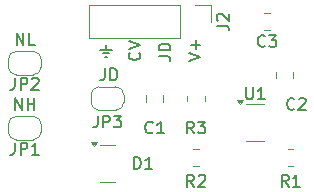
<source format=gbr>
%TF.GenerationSoftware,KiCad,Pcbnew,9.0.3*%
%TF.CreationDate,2025-07-12T05:08:50-07:00*%
%TF.ProjectId,biased-CV-input,62696173-6564-42d4-9356-2d696e707574,rev?*%
%TF.SameCoordinates,Original*%
%TF.FileFunction,Legend,Top*%
%TF.FilePolarity,Positive*%
%FSLAX46Y46*%
G04 Gerber Fmt 4.6, Leading zero omitted, Abs format (unit mm)*
G04 Created by KiCad (PCBNEW 9.0.3) date 2025-07-12 05:08:50*
%MOMM*%
%LPD*%
G01*
G04 APERTURE LIST*
%ADD10C,0.150000*%
%ADD11C,0.120000*%
G04 APERTURE END LIST*
D10*
X106809524Y-63954819D02*
X106809524Y-62954819D01*
X106809524Y-62954819D02*
X107380952Y-63954819D01*
X107380952Y-63954819D02*
X107380952Y-62954819D01*
X108333333Y-63954819D02*
X107857143Y-63954819D01*
X107857143Y-63954819D02*
X107857143Y-62954819D01*
X121374819Y-65338077D02*
X122374819Y-65004744D01*
X122374819Y-65004744D02*
X121374819Y-64671411D01*
X121993866Y-64338077D02*
X121993866Y-63576173D01*
X122374819Y-63957125D02*
X121612914Y-63957125D01*
X113906541Y-64399390D02*
X114858922Y-64399390D01*
X114097017Y-64685104D02*
X114668445Y-64685104D01*
X114382731Y-63970819D02*
X114382731Y-64399390D01*
X114477969Y-64970819D02*
X114287493Y-64970819D01*
X117199580Y-64623792D02*
X117247200Y-64671411D01*
X117247200Y-64671411D02*
X117294819Y-64814268D01*
X117294819Y-64814268D02*
X117294819Y-64909506D01*
X117294819Y-64909506D02*
X117247200Y-65052363D01*
X117247200Y-65052363D02*
X117151961Y-65147601D01*
X117151961Y-65147601D02*
X117056723Y-65195220D01*
X117056723Y-65195220D02*
X116866247Y-65242839D01*
X116866247Y-65242839D02*
X116723390Y-65242839D01*
X116723390Y-65242839D02*
X116532914Y-65195220D01*
X116532914Y-65195220D02*
X116437676Y-65147601D01*
X116437676Y-65147601D02*
X116342438Y-65052363D01*
X116342438Y-65052363D02*
X116294819Y-64909506D01*
X116294819Y-64909506D02*
X116294819Y-64814268D01*
X116294819Y-64814268D02*
X116342438Y-64671411D01*
X116342438Y-64671411D02*
X116390057Y-64623792D01*
X116294819Y-64338077D02*
X117294819Y-64004744D01*
X117294819Y-64004744D02*
X116294819Y-63671411D01*
X106690476Y-69454819D02*
X106690476Y-68454819D01*
X106690476Y-68454819D02*
X107261904Y-69454819D01*
X107261904Y-69454819D02*
X107261904Y-68454819D01*
X107738095Y-69454819D02*
X107738095Y-68454819D01*
X107738095Y-68931009D02*
X108309523Y-68931009D01*
X108309523Y-69454819D02*
X108309523Y-68454819D01*
X114278857Y-65954819D02*
X114278857Y-66669104D01*
X114278857Y-66669104D02*
X114231238Y-66811961D01*
X114231238Y-66811961D02*
X114136000Y-66907200D01*
X114136000Y-66907200D02*
X113993143Y-66954819D01*
X113993143Y-66954819D02*
X113897905Y-66954819D01*
X114755048Y-66954819D02*
X114755048Y-65954819D01*
X114755048Y-65954819D02*
X114993143Y-65954819D01*
X114993143Y-65954819D02*
X115136000Y-66002438D01*
X115136000Y-66002438D02*
X115231238Y-66097676D01*
X115231238Y-66097676D02*
X115278857Y-66192914D01*
X115278857Y-66192914D02*
X115326476Y-66383390D01*
X115326476Y-66383390D02*
X115326476Y-66526247D01*
X115326476Y-66526247D02*
X115278857Y-66716723D01*
X115278857Y-66716723D02*
X115231238Y-66811961D01*
X115231238Y-66811961D02*
X115136000Y-66907200D01*
X115136000Y-66907200D02*
X114993143Y-66954819D01*
X114993143Y-66954819D02*
X114755048Y-66954819D01*
X118834819Y-64909506D02*
X119549104Y-64909506D01*
X119549104Y-64909506D02*
X119691961Y-64957125D01*
X119691961Y-64957125D02*
X119787200Y-65052363D01*
X119787200Y-65052363D02*
X119834819Y-65195220D01*
X119834819Y-65195220D02*
X119834819Y-65290458D01*
X119834819Y-64433315D02*
X118834819Y-64433315D01*
X118834819Y-64433315D02*
X118834819Y-64195220D01*
X118834819Y-64195220D02*
X118882438Y-64052363D01*
X118882438Y-64052363D02*
X118977676Y-63957125D01*
X118977676Y-63957125D02*
X119072914Y-63909506D01*
X119072914Y-63909506D02*
X119263390Y-63861887D01*
X119263390Y-63861887D02*
X119406247Y-63861887D01*
X119406247Y-63861887D02*
X119596723Y-63909506D01*
X119596723Y-63909506D02*
X119691961Y-63957125D01*
X119691961Y-63957125D02*
X119787200Y-64052363D01*
X119787200Y-64052363D02*
X119834819Y-64195220D01*
X119834819Y-64195220D02*
X119834819Y-64433315D01*
X127833333Y-64039580D02*
X127785714Y-64087200D01*
X127785714Y-64087200D02*
X127642857Y-64134819D01*
X127642857Y-64134819D02*
X127547619Y-64134819D01*
X127547619Y-64134819D02*
X127404762Y-64087200D01*
X127404762Y-64087200D02*
X127309524Y-63991961D01*
X127309524Y-63991961D02*
X127261905Y-63896723D01*
X127261905Y-63896723D02*
X127214286Y-63706247D01*
X127214286Y-63706247D02*
X127214286Y-63563390D01*
X127214286Y-63563390D02*
X127261905Y-63372914D01*
X127261905Y-63372914D02*
X127309524Y-63277676D01*
X127309524Y-63277676D02*
X127404762Y-63182438D01*
X127404762Y-63182438D02*
X127547619Y-63134819D01*
X127547619Y-63134819D02*
X127642857Y-63134819D01*
X127642857Y-63134819D02*
X127785714Y-63182438D01*
X127785714Y-63182438D02*
X127833333Y-63230057D01*
X128166667Y-63134819D02*
X128785714Y-63134819D01*
X128785714Y-63134819D02*
X128452381Y-63515771D01*
X128452381Y-63515771D02*
X128595238Y-63515771D01*
X128595238Y-63515771D02*
X128690476Y-63563390D01*
X128690476Y-63563390D02*
X128738095Y-63611009D01*
X128738095Y-63611009D02*
X128785714Y-63706247D01*
X128785714Y-63706247D02*
X128785714Y-63944342D01*
X128785714Y-63944342D02*
X128738095Y-64039580D01*
X128738095Y-64039580D02*
X128690476Y-64087200D01*
X128690476Y-64087200D02*
X128595238Y-64134819D01*
X128595238Y-64134819D02*
X128309524Y-64134819D01*
X128309524Y-64134819D02*
X128214286Y-64087200D01*
X128214286Y-64087200D02*
X128166667Y-64039580D01*
X123754819Y-62333333D02*
X124469104Y-62333333D01*
X124469104Y-62333333D02*
X124611961Y-62380952D01*
X124611961Y-62380952D02*
X124707200Y-62476190D01*
X124707200Y-62476190D02*
X124754819Y-62619047D01*
X124754819Y-62619047D02*
X124754819Y-62714285D01*
X123850057Y-61904761D02*
X123802438Y-61857142D01*
X123802438Y-61857142D02*
X123754819Y-61761904D01*
X123754819Y-61761904D02*
X123754819Y-61523809D01*
X123754819Y-61523809D02*
X123802438Y-61428571D01*
X123802438Y-61428571D02*
X123850057Y-61380952D01*
X123850057Y-61380952D02*
X123945295Y-61333333D01*
X123945295Y-61333333D02*
X124040533Y-61333333D01*
X124040533Y-61333333D02*
X124183390Y-61380952D01*
X124183390Y-61380952D02*
X124754819Y-61952380D01*
X124754819Y-61952380D02*
X124754819Y-61333333D01*
X118333333Y-71359580D02*
X118285714Y-71407200D01*
X118285714Y-71407200D02*
X118142857Y-71454819D01*
X118142857Y-71454819D02*
X118047619Y-71454819D01*
X118047619Y-71454819D02*
X117904762Y-71407200D01*
X117904762Y-71407200D02*
X117809524Y-71311961D01*
X117809524Y-71311961D02*
X117761905Y-71216723D01*
X117761905Y-71216723D02*
X117714286Y-71026247D01*
X117714286Y-71026247D02*
X117714286Y-70883390D01*
X117714286Y-70883390D02*
X117761905Y-70692914D01*
X117761905Y-70692914D02*
X117809524Y-70597676D01*
X117809524Y-70597676D02*
X117904762Y-70502438D01*
X117904762Y-70502438D02*
X118047619Y-70454819D01*
X118047619Y-70454819D02*
X118142857Y-70454819D01*
X118142857Y-70454819D02*
X118285714Y-70502438D01*
X118285714Y-70502438D02*
X118333333Y-70550057D01*
X119285714Y-71454819D02*
X118714286Y-71454819D01*
X119000000Y-71454819D02*
X119000000Y-70454819D01*
X119000000Y-70454819D02*
X118904762Y-70597676D01*
X118904762Y-70597676D02*
X118809524Y-70692914D01*
X118809524Y-70692914D02*
X118714286Y-70740533D01*
X121833333Y-75954819D02*
X121500000Y-75478628D01*
X121261905Y-75954819D02*
X121261905Y-74954819D01*
X121261905Y-74954819D02*
X121642857Y-74954819D01*
X121642857Y-74954819D02*
X121738095Y-75002438D01*
X121738095Y-75002438D02*
X121785714Y-75050057D01*
X121785714Y-75050057D02*
X121833333Y-75145295D01*
X121833333Y-75145295D02*
X121833333Y-75288152D01*
X121833333Y-75288152D02*
X121785714Y-75383390D01*
X121785714Y-75383390D02*
X121738095Y-75431009D01*
X121738095Y-75431009D02*
X121642857Y-75478628D01*
X121642857Y-75478628D02*
X121261905Y-75478628D01*
X122214286Y-75050057D02*
X122261905Y-75002438D01*
X122261905Y-75002438D02*
X122357143Y-74954819D01*
X122357143Y-74954819D02*
X122595238Y-74954819D01*
X122595238Y-74954819D02*
X122690476Y-75002438D01*
X122690476Y-75002438D02*
X122738095Y-75050057D01*
X122738095Y-75050057D02*
X122785714Y-75145295D01*
X122785714Y-75145295D02*
X122785714Y-75240533D01*
X122785714Y-75240533D02*
X122738095Y-75383390D01*
X122738095Y-75383390D02*
X122166667Y-75954819D01*
X122166667Y-75954819D02*
X122785714Y-75954819D01*
X126238095Y-67554819D02*
X126238095Y-68364342D01*
X126238095Y-68364342D02*
X126285714Y-68459580D01*
X126285714Y-68459580D02*
X126333333Y-68507200D01*
X126333333Y-68507200D02*
X126428571Y-68554819D01*
X126428571Y-68554819D02*
X126619047Y-68554819D01*
X126619047Y-68554819D02*
X126714285Y-68507200D01*
X126714285Y-68507200D02*
X126761904Y-68459580D01*
X126761904Y-68459580D02*
X126809523Y-68364342D01*
X126809523Y-68364342D02*
X126809523Y-67554819D01*
X127809523Y-68554819D02*
X127238095Y-68554819D01*
X127523809Y-68554819D02*
X127523809Y-67554819D01*
X127523809Y-67554819D02*
X127428571Y-67697676D01*
X127428571Y-67697676D02*
X127333333Y-67792914D01*
X127333333Y-67792914D02*
X127238095Y-67840533D01*
X130333333Y-69359580D02*
X130285714Y-69407200D01*
X130285714Y-69407200D02*
X130142857Y-69454819D01*
X130142857Y-69454819D02*
X130047619Y-69454819D01*
X130047619Y-69454819D02*
X129904762Y-69407200D01*
X129904762Y-69407200D02*
X129809524Y-69311961D01*
X129809524Y-69311961D02*
X129761905Y-69216723D01*
X129761905Y-69216723D02*
X129714286Y-69026247D01*
X129714286Y-69026247D02*
X129714286Y-68883390D01*
X129714286Y-68883390D02*
X129761905Y-68692914D01*
X129761905Y-68692914D02*
X129809524Y-68597676D01*
X129809524Y-68597676D02*
X129904762Y-68502438D01*
X129904762Y-68502438D02*
X130047619Y-68454819D01*
X130047619Y-68454819D02*
X130142857Y-68454819D01*
X130142857Y-68454819D02*
X130285714Y-68502438D01*
X130285714Y-68502438D02*
X130333333Y-68550057D01*
X130714286Y-68550057D02*
X130761905Y-68502438D01*
X130761905Y-68502438D02*
X130857143Y-68454819D01*
X130857143Y-68454819D02*
X131095238Y-68454819D01*
X131095238Y-68454819D02*
X131190476Y-68502438D01*
X131190476Y-68502438D02*
X131238095Y-68550057D01*
X131238095Y-68550057D02*
X131285714Y-68645295D01*
X131285714Y-68645295D02*
X131285714Y-68740533D01*
X131285714Y-68740533D02*
X131238095Y-68883390D01*
X131238095Y-68883390D02*
X130666667Y-69454819D01*
X130666667Y-69454819D02*
X131285714Y-69454819D01*
X116761905Y-74454819D02*
X116761905Y-73454819D01*
X116761905Y-73454819D02*
X117000000Y-73454819D01*
X117000000Y-73454819D02*
X117142857Y-73502438D01*
X117142857Y-73502438D02*
X117238095Y-73597676D01*
X117238095Y-73597676D02*
X117285714Y-73692914D01*
X117285714Y-73692914D02*
X117333333Y-73883390D01*
X117333333Y-73883390D02*
X117333333Y-74026247D01*
X117333333Y-74026247D02*
X117285714Y-74216723D01*
X117285714Y-74216723D02*
X117238095Y-74311961D01*
X117238095Y-74311961D02*
X117142857Y-74407200D01*
X117142857Y-74407200D02*
X117000000Y-74454819D01*
X117000000Y-74454819D02*
X116761905Y-74454819D01*
X118285714Y-74454819D02*
X117714286Y-74454819D01*
X118000000Y-74454819D02*
X118000000Y-73454819D01*
X118000000Y-73454819D02*
X117904762Y-73597676D01*
X117904762Y-73597676D02*
X117809524Y-73692914D01*
X117809524Y-73692914D02*
X117714286Y-73740533D01*
X121833333Y-71454819D02*
X121500000Y-70978628D01*
X121261905Y-71454819D02*
X121261905Y-70454819D01*
X121261905Y-70454819D02*
X121642857Y-70454819D01*
X121642857Y-70454819D02*
X121738095Y-70502438D01*
X121738095Y-70502438D02*
X121785714Y-70550057D01*
X121785714Y-70550057D02*
X121833333Y-70645295D01*
X121833333Y-70645295D02*
X121833333Y-70788152D01*
X121833333Y-70788152D02*
X121785714Y-70883390D01*
X121785714Y-70883390D02*
X121738095Y-70931009D01*
X121738095Y-70931009D02*
X121642857Y-70978628D01*
X121642857Y-70978628D02*
X121261905Y-70978628D01*
X122166667Y-70454819D02*
X122785714Y-70454819D01*
X122785714Y-70454819D02*
X122452381Y-70835771D01*
X122452381Y-70835771D02*
X122595238Y-70835771D01*
X122595238Y-70835771D02*
X122690476Y-70883390D01*
X122690476Y-70883390D02*
X122738095Y-70931009D01*
X122738095Y-70931009D02*
X122785714Y-71026247D01*
X122785714Y-71026247D02*
X122785714Y-71264342D01*
X122785714Y-71264342D02*
X122738095Y-71359580D01*
X122738095Y-71359580D02*
X122690476Y-71407200D01*
X122690476Y-71407200D02*
X122595238Y-71454819D01*
X122595238Y-71454819D02*
X122309524Y-71454819D01*
X122309524Y-71454819D02*
X122214286Y-71407200D01*
X122214286Y-71407200D02*
X122166667Y-71359580D01*
X106666666Y-66754819D02*
X106666666Y-67469104D01*
X106666666Y-67469104D02*
X106619047Y-67611961D01*
X106619047Y-67611961D02*
X106523809Y-67707200D01*
X106523809Y-67707200D02*
X106380952Y-67754819D01*
X106380952Y-67754819D02*
X106285714Y-67754819D01*
X107142857Y-67754819D02*
X107142857Y-66754819D01*
X107142857Y-66754819D02*
X107523809Y-66754819D01*
X107523809Y-66754819D02*
X107619047Y-66802438D01*
X107619047Y-66802438D02*
X107666666Y-66850057D01*
X107666666Y-66850057D02*
X107714285Y-66945295D01*
X107714285Y-66945295D02*
X107714285Y-67088152D01*
X107714285Y-67088152D02*
X107666666Y-67183390D01*
X107666666Y-67183390D02*
X107619047Y-67231009D01*
X107619047Y-67231009D02*
X107523809Y-67278628D01*
X107523809Y-67278628D02*
X107142857Y-67278628D01*
X108095238Y-66850057D02*
X108142857Y-66802438D01*
X108142857Y-66802438D02*
X108238095Y-66754819D01*
X108238095Y-66754819D02*
X108476190Y-66754819D01*
X108476190Y-66754819D02*
X108571428Y-66802438D01*
X108571428Y-66802438D02*
X108619047Y-66850057D01*
X108619047Y-66850057D02*
X108666666Y-66945295D01*
X108666666Y-66945295D02*
X108666666Y-67040533D01*
X108666666Y-67040533D02*
X108619047Y-67183390D01*
X108619047Y-67183390D02*
X108047619Y-67754819D01*
X108047619Y-67754819D02*
X108666666Y-67754819D01*
X113666666Y-69954819D02*
X113666666Y-70669104D01*
X113666666Y-70669104D02*
X113619047Y-70811961D01*
X113619047Y-70811961D02*
X113523809Y-70907200D01*
X113523809Y-70907200D02*
X113380952Y-70954819D01*
X113380952Y-70954819D02*
X113285714Y-70954819D01*
X114142857Y-70954819D02*
X114142857Y-69954819D01*
X114142857Y-69954819D02*
X114523809Y-69954819D01*
X114523809Y-69954819D02*
X114619047Y-70002438D01*
X114619047Y-70002438D02*
X114666666Y-70050057D01*
X114666666Y-70050057D02*
X114714285Y-70145295D01*
X114714285Y-70145295D02*
X114714285Y-70288152D01*
X114714285Y-70288152D02*
X114666666Y-70383390D01*
X114666666Y-70383390D02*
X114619047Y-70431009D01*
X114619047Y-70431009D02*
X114523809Y-70478628D01*
X114523809Y-70478628D02*
X114142857Y-70478628D01*
X115047619Y-69954819D02*
X115666666Y-69954819D01*
X115666666Y-69954819D02*
X115333333Y-70335771D01*
X115333333Y-70335771D02*
X115476190Y-70335771D01*
X115476190Y-70335771D02*
X115571428Y-70383390D01*
X115571428Y-70383390D02*
X115619047Y-70431009D01*
X115619047Y-70431009D02*
X115666666Y-70526247D01*
X115666666Y-70526247D02*
X115666666Y-70764342D01*
X115666666Y-70764342D02*
X115619047Y-70859580D01*
X115619047Y-70859580D02*
X115571428Y-70907200D01*
X115571428Y-70907200D02*
X115476190Y-70954819D01*
X115476190Y-70954819D02*
X115190476Y-70954819D01*
X115190476Y-70954819D02*
X115095238Y-70907200D01*
X115095238Y-70907200D02*
X115047619Y-70859580D01*
X129833333Y-75954819D02*
X129500000Y-75478628D01*
X129261905Y-75954819D02*
X129261905Y-74954819D01*
X129261905Y-74954819D02*
X129642857Y-74954819D01*
X129642857Y-74954819D02*
X129738095Y-75002438D01*
X129738095Y-75002438D02*
X129785714Y-75050057D01*
X129785714Y-75050057D02*
X129833333Y-75145295D01*
X129833333Y-75145295D02*
X129833333Y-75288152D01*
X129833333Y-75288152D02*
X129785714Y-75383390D01*
X129785714Y-75383390D02*
X129738095Y-75431009D01*
X129738095Y-75431009D02*
X129642857Y-75478628D01*
X129642857Y-75478628D02*
X129261905Y-75478628D01*
X130785714Y-75954819D02*
X130214286Y-75954819D01*
X130500000Y-75954819D02*
X130500000Y-74954819D01*
X130500000Y-74954819D02*
X130404762Y-75097676D01*
X130404762Y-75097676D02*
X130309524Y-75192914D01*
X130309524Y-75192914D02*
X130214286Y-75240533D01*
X106666666Y-72254819D02*
X106666666Y-72969104D01*
X106666666Y-72969104D02*
X106619047Y-73111961D01*
X106619047Y-73111961D02*
X106523809Y-73207200D01*
X106523809Y-73207200D02*
X106380952Y-73254819D01*
X106380952Y-73254819D02*
X106285714Y-73254819D01*
X107142857Y-73254819D02*
X107142857Y-72254819D01*
X107142857Y-72254819D02*
X107523809Y-72254819D01*
X107523809Y-72254819D02*
X107619047Y-72302438D01*
X107619047Y-72302438D02*
X107666666Y-72350057D01*
X107666666Y-72350057D02*
X107714285Y-72445295D01*
X107714285Y-72445295D02*
X107714285Y-72588152D01*
X107714285Y-72588152D02*
X107666666Y-72683390D01*
X107666666Y-72683390D02*
X107619047Y-72731009D01*
X107619047Y-72731009D02*
X107523809Y-72778628D01*
X107523809Y-72778628D02*
X107142857Y-72778628D01*
X108666666Y-73254819D02*
X108095238Y-73254819D01*
X108380952Y-73254819D02*
X108380952Y-72254819D01*
X108380952Y-72254819D02*
X108285714Y-72397676D01*
X108285714Y-72397676D02*
X108190476Y-72492914D01*
X108190476Y-72492914D02*
X108095238Y-72540533D01*
D11*
%TO.C,C3*%
X128261252Y-61265000D02*
X127738748Y-61265000D01*
X128261252Y-62735000D02*
X127738748Y-62735000D01*
%TO.C,J2*%
X112920000Y-60620000D02*
X112920000Y-63380000D01*
X120650000Y-60620000D02*
X112920000Y-60620000D01*
X120650000Y-60620000D02*
X120650000Y-63380000D01*
X120650000Y-63380000D02*
X112920000Y-63380000D01*
X121920000Y-60620000D02*
X123300000Y-60620000D01*
X123300000Y-60620000D02*
X123300000Y-62000000D01*
%TO.C,C1*%
X117765000Y-68761252D02*
X117765000Y-68238748D01*
X119235000Y-68761252D02*
X119235000Y-68238748D01*
%TO.C,R2*%
X121772936Y-72765000D02*
X122227064Y-72765000D01*
X121772936Y-74235000D02*
X122227064Y-74235000D01*
%TO.C,U1*%
X127000000Y-68940000D02*
X126200000Y-68940000D01*
X127000000Y-68940000D02*
X127800000Y-68940000D01*
X127000000Y-72060000D02*
X126200000Y-72060000D01*
X127000000Y-72060000D02*
X127800000Y-72060000D01*
X125700000Y-68990000D02*
X125460000Y-68660000D01*
X125940000Y-68660000D01*
X125700000Y-68990000D01*
G36*
X125700000Y-68990000D02*
G01*
X125460000Y-68660000D01*
X125940000Y-68660000D01*
X125700000Y-68990000D01*
G37*
%TO.C,C2*%
X128765000Y-66238748D02*
X128765000Y-66761252D01*
X130235000Y-66238748D02*
X130235000Y-66761252D01*
%TO.C,D1*%
X114500000Y-72440000D02*
X113850000Y-72440000D01*
X114500000Y-72440000D02*
X115150000Y-72440000D01*
X114500000Y-75560000D02*
X113850000Y-75560000D01*
X114500000Y-75560000D02*
X115150000Y-75560000D01*
X113337500Y-72490000D02*
X113097500Y-72160000D01*
X113577500Y-72160000D01*
X113337500Y-72490000D01*
G36*
X113337500Y-72490000D02*
G01*
X113097500Y-72160000D01*
X113577500Y-72160000D01*
X113337500Y-72490000D01*
G37*
%TO.C,R3*%
X121265000Y-68272936D02*
X121265000Y-68727064D01*
X122735000Y-68272936D02*
X122735000Y-68727064D01*
%TO.C,JP2*%
X106100000Y-65800000D02*
X106100000Y-65200000D01*
X106800000Y-64500000D02*
X108200000Y-64500000D01*
X108200000Y-66500000D02*
X106800000Y-66500000D01*
X108900000Y-65200000D02*
X108900000Y-65800000D01*
X106100000Y-65200000D02*
G75*
G02*
X106800000Y-64500000I700000J0D01*
G01*
X106800000Y-66500000D02*
G75*
G02*
X106100000Y-65800000I0J700000D01*
G01*
X108200000Y-64500000D02*
G75*
G02*
X108900000Y-65200000I1J-699999D01*
G01*
X108900000Y-65800000D02*
G75*
G02*
X108200000Y-66500000I-699999J-1D01*
G01*
%TO.C,JP3*%
X113100000Y-68800000D02*
X113100000Y-68200000D01*
X113800000Y-67500000D02*
X115200000Y-67500000D01*
X115200000Y-69500000D02*
X113800000Y-69500000D01*
X115900000Y-68200000D02*
X115900000Y-68800000D01*
X113100000Y-68200000D02*
G75*
G02*
X113800000Y-67500000I699999J1D01*
G01*
X113800000Y-69500000D02*
G75*
G02*
X113100000Y-68800000I-1J699999D01*
G01*
X115200000Y-67500000D02*
G75*
G02*
X115900000Y-68200000I0J-700000D01*
G01*
X115900000Y-68800000D02*
G75*
G02*
X115200000Y-69500000I-700000J0D01*
G01*
%TO.C,R1*%
X130227064Y-72765000D02*
X129772936Y-72765000D01*
X130227064Y-74235000D02*
X129772936Y-74235000D01*
%TO.C,JP1*%
X106100000Y-71300000D02*
X106100000Y-70700000D01*
X106800000Y-70000000D02*
X108200000Y-70000000D01*
X108200000Y-72000000D02*
X106800000Y-72000000D01*
X108900000Y-70700000D02*
X108900000Y-71300000D01*
X106100000Y-70700000D02*
G75*
G02*
X106800000Y-70000000I700000J0D01*
G01*
X106800000Y-72000000D02*
G75*
G02*
X106100000Y-71300000I0J700000D01*
G01*
X108200000Y-70000000D02*
G75*
G02*
X108900000Y-70700000I1J-699999D01*
G01*
X108900000Y-71300000D02*
G75*
G02*
X108200000Y-72000000I-699999J-1D01*
G01*
%TD*%
%LPC*%
G36*
X126322013Y-73060758D02*
G01*
X126526693Y-73127262D01*
X126718450Y-73224967D01*
X126892561Y-73351466D01*
X127044740Y-73503645D01*
X127171239Y-73677756D01*
X127268944Y-73869513D01*
X127335448Y-74074193D01*
X127369115Y-74286756D01*
X127369115Y-74501970D01*
X127335448Y-74714533D01*
X127268944Y-74919213D01*
X127171239Y-75110970D01*
X127044740Y-75285081D01*
X126892561Y-75437260D01*
X126718450Y-75563759D01*
X126526693Y-75661464D01*
X126322013Y-75727968D01*
X126109450Y-75761635D01*
X125894236Y-75761635D01*
X125681673Y-75727968D01*
X125476993Y-75661464D01*
X125285236Y-75563759D01*
X125111125Y-75437260D01*
X124958946Y-75285081D01*
X124832447Y-75110970D01*
X124734742Y-74919213D01*
X124668238Y-74714533D01*
X124634571Y-74501970D01*
X124634571Y-74286756D01*
X124668238Y-74074193D01*
X124734742Y-73869513D01*
X124832447Y-73677756D01*
X124958946Y-73503645D01*
X125111125Y-73351466D01*
X125285236Y-73224967D01*
X125476993Y-73127262D01*
X125681673Y-73060758D01*
X125894236Y-73027091D01*
X126109450Y-73027091D01*
X126322013Y-73060758D01*
G37*
G36*
X114221944Y-74626311D02*
G01*
X114282936Y-74667064D01*
X114323689Y-74728056D01*
X114338000Y-74800000D01*
X114338000Y-75100000D01*
X114323689Y-75171944D01*
X114282936Y-75232936D01*
X114221944Y-75273689D01*
X114150000Y-75288000D01*
X112975000Y-75288000D01*
X112903056Y-75273689D01*
X112842064Y-75232936D01*
X112801311Y-75171944D01*
X112787000Y-75100000D01*
X112787000Y-74800000D01*
X112801311Y-74728056D01*
X112842064Y-74667064D01*
X112903056Y-74626311D01*
X112975000Y-74612000D01*
X114150000Y-74612000D01*
X114221944Y-74626311D01*
G37*
G36*
X111291214Y-73246997D02*
G01*
X111472905Y-73322257D01*
X111636423Y-73431516D01*
X111775484Y-73570577D01*
X111884743Y-73734095D01*
X111960003Y-73915786D01*
X111998369Y-74108669D01*
X111998369Y-74305331D01*
X111960003Y-74498214D01*
X111884743Y-74679905D01*
X111775484Y-74843423D01*
X111636423Y-74982484D01*
X111472905Y-75091743D01*
X111291214Y-75167003D01*
X111098331Y-75205369D01*
X110901669Y-75205369D01*
X110708786Y-75167003D01*
X110527095Y-75091743D01*
X110363577Y-74982484D01*
X110224516Y-74843423D01*
X110115257Y-74679905D01*
X110039997Y-74498214D01*
X110001631Y-74305331D01*
X110001631Y-74108669D01*
X110039997Y-73915786D01*
X110115257Y-73734095D01*
X110224516Y-73570577D01*
X110363577Y-73431516D01*
X110527095Y-73322257D01*
X110708786Y-73246997D01*
X110901669Y-73208631D01*
X111098331Y-73208631D01*
X111291214Y-73246997D01*
G37*
G36*
X116096944Y-73676311D02*
G01*
X116157936Y-73717064D01*
X116198689Y-73778056D01*
X116213000Y-73850000D01*
X116213000Y-74150000D01*
X116198689Y-74221944D01*
X116157936Y-74282936D01*
X116096944Y-74323689D01*
X116025000Y-74338000D01*
X114850000Y-74338000D01*
X114778056Y-74323689D01*
X114717064Y-74282936D01*
X114676311Y-74221944D01*
X114662000Y-74150000D01*
X114662000Y-73850000D01*
X114676311Y-73778056D01*
X114717064Y-73717064D01*
X114778056Y-73676311D01*
X114850000Y-73662000D01*
X116025000Y-73662000D01*
X116096944Y-73676311D01*
G37*
G36*
X121415938Y-72769650D02*
G01*
X121424871Y-72773594D01*
X121431300Y-72774531D01*
X121471498Y-72794182D01*
X121512759Y-72812401D01*
X121516578Y-72816220D01*
X121516829Y-72816343D01*
X121583656Y-72883170D01*
X121583778Y-72883420D01*
X121587599Y-72887241D01*
X121605822Y-72928512D01*
X121625468Y-72968699D01*
X121626404Y-72975126D01*
X121630350Y-72984062D01*
X121638000Y-73050000D01*
X121638000Y-73950000D01*
X121630350Y-74015938D01*
X121626404Y-74024874D01*
X121625468Y-74031300D01*
X121605826Y-74071477D01*
X121587599Y-74112759D01*
X121583777Y-74116580D01*
X121583656Y-74116829D01*
X121516829Y-74183656D01*
X121516580Y-74183777D01*
X121512759Y-74187599D01*
X121471477Y-74205826D01*
X121431300Y-74225468D01*
X121424874Y-74226404D01*
X121415938Y-74230350D01*
X121350000Y-74238000D01*
X120825000Y-74238000D01*
X120759062Y-74230350D01*
X120750126Y-74226404D01*
X120743699Y-74225468D01*
X120703512Y-74205822D01*
X120662241Y-74187599D01*
X120658420Y-74183778D01*
X120658170Y-74183656D01*
X120591343Y-74116829D01*
X120591220Y-74116578D01*
X120587401Y-74112759D01*
X120569182Y-74071498D01*
X120549531Y-74031300D01*
X120548594Y-74024871D01*
X120544650Y-74015938D01*
X120537000Y-73950000D01*
X120537000Y-73050000D01*
X120544650Y-72984062D01*
X120548594Y-72975129D01*
X120549531Y-72968699D01*
X120569186Y-72928491D01*
X120587401Y-72887241D01*
X120591219Y-72883422D01*
X120591343Y-72883170D01*
X120658170Y-72816343D01*
X120658422Y-72816219D01*
X120662241Y-72812401D01*
X120703491Y-72794186D01*
X120743699Y-72774531D01*
X120750129Y-72773594D01*
X120759062Y-72769650D01*
X120825000Y-72762000D01*
X121350000Y-72762000D01*
X121415938Y-72769650D01*
G37*
G36*
X123240938Y-72769650D02*
G01*
X123249871Y-72773594D01*
X123256300Y-72774531D01*
X123296498Y-72794182D01*
X123337759Y-72812401D01*
X123341578Y-72816220D01*
X123341829Y-72816343D01*
X123408656Y-72883170D01*
X123408778Y-72883420D01*
X123412599Y-72887241D01*
X123430822Y-72928512D01*
X123450468Y-72968699D01*
X123451404Y-72975126D01*
X123455350Y-72984062D01*
X123463000Y-73050000D01*
X123463000Y-73950000D01*
X123455350Y-74015938D01*
X123451404Y-74024874D01*
X123450468Y-74031300D01*
X123430826Y-74071477D01*
X123412599Y-74112759D01*
X123408777Y-74116580D01*
X123408656Y-74116829D01*
X123341829Y-74183656D01*
X123341580Y-74183777D01*
X123337759Y-74187599D01*
X123296477Y-74205826D01*
X123256300Y-74225468D01*
X123249874Y-74226404D01*
X123240938Y-74230350D01*
X123175000Y-74238000D01*
X122650000Y-74238000D01*
X122584062Y-74230350D01*
X122575126Y-74226404D01*
X122568699Y-74225468D01*
X122528512Y-74205822D01*
X122487241Y-74187599D01*
X122483420Y-74183778D01*
X122483170Y-74183656D01*
X122416343Y-74116829D01*
X122416220Y-74116578D01*
X122412401Y-74112759D01*
X122394182Y-74071498D01*
X122374531Y-74031300D01*
X122373594Y-74024871D01*
X122369650Y-74015938D01*
X122362000Y-73950000D01*
X122362000Y-73050000D01*
X122369650Y-72984062D01*
X122373594Y-72975129D01*
X122374531Y-72968699D01*
X122394186Y-72928491D01*
X122412401Y-72887241D01*
X122416219Y-72883422D01*
X122416343Y-72883170D01*
X122483170Y-72816343D01*
X122483422Y-72816219D01*
X122487241Y-72812401D01*
X122528491Y-72794186D01*
X122568699Y-72774531D01*
X122575129Y-72773594D01*
X122584062Y-72769650D01*
X122650000Y-72762000D01*
X123175000Y-72762000D01*
X123240938Y-72769650D01*
G37*
G36*
X129415938Y-72769650D02*
G01*
X129424871Y-72773594D01*
X129431300Y-72774531D01*
X129471498Y-72794182D01*
X129512759Y-72812401D01*
X129516578Y-72816220D01*
X129516829Y-72816343D01*
X129583656Y-72883170D01*
X129583778Y-72883420D01*
X129587599Y-72887241D01*
X129605822Y-72928512D01*
X129625468Y-72968699D01*
X129626404Y-72975126D01*
X129630350Y-72984062D01*
X129638000Y-73050000D01*
X129638000Y-73950000D01*
X129630350Y-74015938D01*
X129626404Y-74024874D01*
X129625468Y-74031300D01*
X129605826Y-74071477D01*
X129587599Y-74112759D01*
X129583777Y-74116580D01*
X129583656Y-74116829D01*
X129516829Y-74183656D01*
X129516580Y-74183777D01*
X129512759Y-74187599D01*
X129471477Y-74205826D01*
X129431300Y-74225468D01*
X129424874Y-74226404D01*
X129415938Y-74230350D01*
X129350000Y-74238000D01*
X128825000Y-74238000D01*
X128759062Y-74230350D01*
X128750126Y-74226404D01*
X128743699Y-74225468D01*
X128703512Y-74205822D01*
X128662241Y-74187599D01*
X128658420Y-74183778D01*
X128658170Y-74183656D01*
X128591343Y-74116829D01*
X128591220Y-74116578D01*
X128587401Y-74112759D01*
X128569182Y-74071498D01*
X128549531Y-74031300D01*
X128548594Y-74024871D01*
X128544650Y-74015938D01*
X128537000Y-73950000D01*
X128537000Y-73050000D01*
X128544650Y-72984062D01*
X128548594Y-72975129D01*
X128549531Y-72968699D01*
X128569186Y-72928491D01*
X128587401Y-72887241D01*
X128591219Y-72883422D01*
X128591343Y-72883170D01*
X128658170Y-72816343D01*
X128658422Y-72816219D01*
X128662241Y-72812401D01*
X128703491Y-72794186D01*
X128743699Y-72774531D01*
X128750129Y-72773594D01*
X128759062Y-72769650D01*
X128825000Y-72762000D01*
X129350000Y-72762000D01*
X129415938Y-72769650D01*
G37*
G36*
X131240938Y-72769650D02*
G01*
X131249871Y-72773594D01*
X131256300Y-72774531D01*
X131296498Y-72794182D01*
X131337759Y-72812401D01*
X131341578Y-72816220D01*
X131341829Y-72816343D01*
X131408656Y-72883170D01*
X131408778Y-72883420D01*
X131412599Y-72887241D01*
X131430822Y-72928512D01*
X131450468Y-72968699D01*
X131451404Y-72975126D01*
X131455350Y-72984062D01*
X131463000Y-73050000D01*
X131463000Y-73950000D01*
X131455350Y-74015938D01*
X131451404Y-74024874D01*
X131450468Y-74031300D01*
X131430826Y-74071477D01*
X131412599Y-74112759D01*
X131408777Y-74116580D01*
X131408656Y-74116829D01*
X131341829Y-74183656D01*
X131341580Y-74183777D01*
X131337759Y-74187599D01*
X131296477Y-74205826D01*
X131256300Y-74225468D01*
X131249874Y-74226404D01*
X131240938Y-74230350D01*
X131175000Y-74238000D01*
X130650000Y-74238000D01*
X130584062Y-74230350D01*
X130575126Y-74226404D01*
X130568699Y-74225468D01*
X130528512Y-74205822D01*
X130487241Y-74187599D01*
X130483420Y-74183778D01*
X130483170Y-74183656D01*
X130416343Y-74116829D01*
X130416220Y-74116578D01*
X130412401Y-74112759D01*
X130394182Y-74071498D01*
X130374531Y-74031300D01*
X130373594Y-74024871D01*
X130369650Y-74015938D01*
X130362000Y-73950000D01*
X130362000Y-73050000D01*
X130369650Y-72984062D01*
X130373594Y-72975129D01*
X130374531Y-72968699D01*
X130394186Y-72928491D01*
X130412401Y-72887241D01*
X130416219Y-72883422D01*
X130416343Y-72883170D01*
X130483170Y-72816343D01*
X130483422Y-72816219D01*
X130487241Y-72812401D01*
X130528491Y-72794186D01*
X130568699Y-72774531D01*
X130575129Y-72773594D01*
X130584062Y-72769650D01*
X130650000Y-72762000D01*
X131175000Y-72762000D01*
X131240938Y-72769650D01*
G37*
G36*
X133285024Y-71640926D02*
G01*
X133455215Y-71711422D01*
X133608382Y-71813765D01*
X133738641Y-71944024D01*
X133840984Y-72097191D01*
X133911480Y-72267382D01*
X133947418Y-72448056D01*
X133947418Y-72632270D01*
X133911480Y-72812944D01*
X133840984Y-72983135D01*
X133738641Y-73136302D01*
X133608382Y-73266561D01*
X133455215Y-73368904D01*
X133285024Y-73439400D01*
X133104350Y-73475338D01*
X132920136Y-73475338D01*
X132739462Y-73439400D01*
X132569271Y-73368904D01*
X132416104Y-73266561D01*
X132285845Y-73136302D01*
X132183502Y-72983135D01*
X132113006Y-72812944D01*
X132077068Y-72632270D01*
X132077068Y-72448056D01*
X132113006Y-72267382D01*
X132183502Y-72097191D01*
X132285845Y-71944024D01*
X132416104Y-71813765D01*
X132569271Y-71711422D01*
X132739462Y-71640926D01*
X132920136Y-71604988D01*
X133104350Y-71604988D01*
X133285024Y-71640926D01*
G37*
G36*
X114221944Y-72726311D02*
G01*
X114282936Y-72767064D01*
X114323689Y-72828056D01*
X114338000Y-72900000D01*
X114338000Y-73200000D01*
X114323689Y-73271944D01*
X114282936Y-73332936D01*
X114221944Y-73373689D01*
X114150000Y-73388000D01*
X112975000Y-73388000D01*
X112903056Y-73373689D01*
X112842064Y-73332936D01*
X112801311Y-73271944D01*
X112787000Y-73200000D01*
X112787000Y-72900000D01*
X112801311Y-72828056D01*
X112842064Y-72767064D01*
X112903056Y-72726311D01*
X112975000Y-72712000D01*
X114150000Y-72712000D01*
X114221944Y-72726311D01*
G37*
G36*
X107380406Y-70219594D02*
G01*
X107387347Y-70236353D01*
X107414131Y-70250000D01*
X107575013Y-70250000D01*
X107594595Y-70243637D01*
X107616110Y-70228004D01*
X107619594Y-70219594D01*
X107638415Y-70211798D01*
X107642206Y-70209044D01*
X107646834Y-70208311D01*
X107650000Y-70207000D01*
X108150000Y-70207000D01*
X108160328Y-70211278D01*
X108211002Y-70211278D01*
X108215263Y-70211278D01*
X108226392Y-70212743D01*
X108230508Y-70213845D01*
X108230509Y-70213846D01*
X108348356Y-70245422D01*
X108348358Y-70245423D01*
X108352471Y-70246525D01*
X108362842Y-70250821D01*
X108475881Y-70316084D01*
X108484787Y-70322917D01*
X108577083Y-70415213D01*
X108583916Y-70424119D01*
X108649179Y-70537158D01*
X108653475Y-70547529D01*
X108687257Y-70673608D01*
X108688722Y-70684737D01*
X108688722Y-70688997D01*
X108688722Y-70725544D01*
X108689123Y-70730636D01*
X108691688Y-70746832D01*
X108693000Y-70750000D01*
X108693000Y-71250000D01*
X108688722Y-71260328D01*
X108688722Y-71315263D01*
X108687257Y-71326392D01*
X108653475Y-71452471D01*
X108649179Y-71462842D01*
X108583916Y-71575881D01*
X108577083Y-71584787D01*
X108484787Y-71677083D01*
X108475881Y-71683916D01*
X108362842Y-71749179D01*
X108352471Y-71753475D01*
X108226392Y-71787257D01*
X108215263Y-71788722D01*
X108211002Y-71788722D01*
X108174456Y-71788722D01*
X108169364Y-71789123D01*
X108153167Y-71791688D01*
X108150000Y-71793000D01*
X108144883Y-71793000D01*
X107660296Y-71793000D01*
X107650000Y-71793000D01*
X107619594Y-71780406D01*
X107612652Y-71763646D01*
X107585869Y-71750000D01*
X107424987Y-71750000D01*
X107405405Y-71756363D01*
X107383889Y-71771994D01*
X107380406Y-71780406D01*
X107361579Y-71788203D01*
X107357793Y-71790955D01*
X107353168Y-71791687D01*
X107350000Y-71793000D01*
X107344883Y-71793000D01*
X106860295Y-71793000D01*
X106850000Y-71793000D01*
X106839672Y-71788722D01*
X106788998Y-71788722D01*
X106784737Y-71788722D01*
X106773608Y-71787257D01*
X106647529Y-71753475D01*
X106637158Y-71749179D01*
X106524119Y-71683916D01*
X106515213Y-71677083D01*
X106422917Y-71584787D01*
X106416084Y-71575881D01*
X106350821Y-71462842D01*
X106346525Y-71452471D01*
X106312743Y-71326392D01*
X106311278Y-71315263D01*
X106311278Y-71274455D01*
X106310877Y-71269363D01*
X106308312Y-71253168D01*
X106307000Y-71250000D01*
X106307000Y-70750000D01*
X106311278Y-70739671D01*
X106311278Y-70684737D01*
X106312743Y-70673608D01*
X106313846Y-70669490D01*
X106345422Y-70551643D01*
X106345423Y-70551638D01*
X106346525Y-70547529D01*
X106350821Y-70537158D01*
X106405105Y-70443135D01*
X106413953Y-70427809D01*
X106413955Y-70427805D01*
X106416084Y-70424119D01*
X106422917Y-70415213D01*
X106425928Y-70412201D01*
X106425932Y-70412197D01*
X106512197Y-70325932D01*
X106512201Y-70325928D01*
X106515213Y-70322917D01*
X106524119Y-70316084D01*
X106527805Y-70313955D01*
X106527809Y-70313953D01*
X106633470Y-70252950D01*
X106633471Y-70252949D01*
X106637158Y-70250821D01*
X106647529Y-70246525D01*
X106651638Y-70245423D01*
X106651643Y-70245422D01*
X106769490Y-70213846D01*
X106769492Y-70213845D01*
X106773608Y-70212743D01*
X106784737Y-70211278D01*
X106825544Y-70211278D01*
X106830636Y-70210877D01*
X106846832Y-70208311D01*
X106850000Y-70207000D01*
X107350000Y-70207000D01*
X107380406Y-70219594D01*
G37*
G36*
X126446944Y-71126311D02*
G01*
X126507936Y-71167064D01*
X126548689Y-71228056D01*
X126563000Y-71300000D01*
X126563000Y-71600000D01*
X126548689Y-71671944D01*
X126507936Y-71732936D01*
X126446944Y-71773689D01*
X126375000Y-71788000D01*
X125350000Y-71788000D01*
X125278056Y-71773689D01*
X125217064Y-71732936D01*
X125176311Y-71671944D01*
X125162000Y-71600000D01*
X125162000Y-71300000D01*
X125176311Y-71228056D01*
X125217064Y-71167064D01*
X125278056Y-71126311D01*
X125350000Y-71112000D01*
X126375000Y-71112000D01*
X126446944Y-71126311D01*
G37*
G36*
X128721944Y-71126311D02*
G01*
X128782936Y-71167064D01*
X128823689Y-71228056D01*
X128838000Y-71300000D01*
X128838000Y-71600000D01*
X128823689Y-71671944D01*
X128782936Y-71732936D01*
X128721944Y-71773689D01*
X128650000Y-71788000D01*
X127625000Y-71788000D01*
X127553056Y-71773689D01*
X127492064Y-71732936D01*
X127451311Y-71671944D01*
X127437000Y-71600000D01*
X127437000Y-71300000D01*
X127451311Y-71228056D01*
X127492064Y-71167064D01*
X127553056Y-71126311D01*
X127625000Y-71112000D01*
X128650000Y-71112000D01*
X128721944Y-71126311D01*
G37*
G36*
X133285024Y-69100926D02*
G01*
X133455215Y-69171422D01*
X133608382Y-69273765D01*
X133738641Y-69404024D01*
X133840984Y-69557191D01*
X133911480Y-69727382D01*
X133947418Y-69908056D01*
X133947418Y-70092270D01*
X133911480Y-70272944D01*
X133840984Y-70443135D01*
X133738641Y-70596302D01*
X133608382Y-70726561D01*
X133455215Y-70828904D01*
X133285024Y-70899400D01*
X133104350Y-70935338D01*
X132920136Y-70935338D01*
X132739462Y-70899400D01*
X132569271Y-70828904D01*
X132416104Y-70726561D01*
X132285845Y-70596302D01*
X132183502Y-70443135D01*
X132113006Y-70272944D01*
X132077068Y-70092270D01*
X132077068Y-69908056D01*
X132113006Y-69727382D01*
X132183502Y-69557191D01*
X132285845Y-69404024D01*
X132416104Y-69273765D01*
X132569271Y-69171422D01*
X132739462Y-69100926D01*
X132920136Y-69064988D01*
X133104350Y-69064988D01*
X133285024Y-69100926D01*
G37*
G36*
X126446944Y-70176311D02*
G01*
X126507936Y-70217064D01*
X126548689Y-70278056D01*
X126563000Y-70350000D01*
X126563000Y-70650000D01*
X126548689Y-70721944D01*
X126507936Y-70782936D01*
X126446944Y-70823689D01*
X126375000Y-70838000D01*
X125350000Y-70838000D01*
X125278056Y-70823689D01*
X125217064Y-70782936D01*
X125176311Y-70721944D01*
X125162000Y-70650000D01*
X125162000Y-70350000D01*
X125176311Y-70278056D01*
X125217064Y-70217064D01*
X125278056Y-70176311D01*
X125350000Y-70162000D01*
X126375000Y-70162000D01*
X126446944Y-70176311D01*
G37*
G36*
X119040938Y-68919650D02*
G01*
X119049871Y-68923594D01*
X119056300Y-68924531D01*
X119096498Y-68944182D01*
X119137759Y-68962401D01*
X119141578Y-68966220D01*
X119141829Y-68966343D01*
X119208656Y-69033170D01*
X119208778Y-69033420D01*
X119212599Y-69037241D01*
X119230822Y-69078512D01*
X119250468Y-69118699D01*
X119251404Y-69125126D01*
X119255350Y-69134062D01*
X119263000Y-69200000D01*
X119263000Y-69700000D01*
X119255350Y-69765938D01*
X119251404Y-69774874D01*
X119250468Y-69781300D01*
X119230826Y-69821477D01*
X119212599Y-69862759D01*
X119208777Y-69866580D01*
X119208656Y-69866829D01*
X119141829Y-69933656D01*
X119141580Y-69933777D01*
X119137759Y-69937599D01*
X119096477Y-69955826D01*
X119056300Y-69975468D01*
X119049874Y-69976404D01*
X119040938Y-69980350D01*
X118975000Y-69988000D01*
X118025000Y-69988000D01*
X117959062Y-69980350D01*
X117950126Y-69976404D01*
X117943699Y-69975468D01*
X117903512Y-69955822D01*
X117862241Y-69937599D01*
X117858420Y-69933778D01*
X117858170Y-69933656D01*
X117791343Y-69866829D01*
X117791220Y-69866578D01*
X117787401Y-69862759D01*
X117769182Y-69821498D01*
X117749531Y-69781300D01*
X117748594Y-69774871D01*
X117744650Y-69765938D01*
X117737000Y-69700000D01*
X117737000Y-69200000D01*
X117744650Y-69134062D01*
X117748594Y-69125129D01*
X117749531Y-69118699D01*
X117769186Y-69078491D01*
X117787401Y-69037241D01*
X117791219Y-69033422D01*
X117791343Y-69033170D01*
X117858170Y-68966343D01*
X117858422Y-68966219D01*
X117862241Y-68962401D01*
X117903491Y-68944186D01*
X117943699Y-68924531D01*
X117950129Y-68923594D01*
X117959062Y-68919650D01*
X118025000Y-68912000D01*
X118975000Y-68912000D01*
X119040938Y-68919650D01*
G37*
G36*
X122515938Y-68869650D02*
G01*
X122524871Y-68873594D01*
X122531300Y-68874531D01*
X122571498Y-68894182D01*
X122612759Y-68912401D01*
X122616578Y-68916220D01*
X122616829Y-68916343D01*
X122683656Y-68983170D01*
X122683778Y-68983420D01*
X122687599Y-68987241D01*
X122705822Y-69028512D01*
X122725468Y-69068699D01*
X122726404Y-69075126D01*
X122730350Y-69084062D01*
X122738000Y-69150000D01*
X122738000Y-69675000D01*
X122730350Y-69740938D01*
X122726404Y-69749874D01*
X122725468Y-69756300D01*
X122705826Y-69796477D01*
X122687599Y-69837759D01*
X122683777Y-69841580D01*
X122683656Y-69841829D01*
X122616829Y-69908656D01*
X122616580Y-69908777D01*
X122612759Y-69912599D01*
X122571477Y-69930826D01*
X122531300Y-69950468D01*
X122524874Y-69951404D01*
X122515938Y-69955350D01*
X122450000Y-69963000D01*
X121550000Y-69963000D01*
X121484062Y-69955350D01*
X121475126Y-69951404D01*
X121468699Y-69950468D01*
X121428512Y-69930822D01*
X121387241Y-69912599D01*
X121383420Y-69908778D01*
X121383170Y-69908656D01*
X121316343Y-69841829D01*
X121316220Y-69841578D01*
X121312401Y-69837759D01*
X121294182Y-69796498D01*
X121274531Y-69756300D01*
X121273594Y-69749871D01*
X121269650Y-69740938D01*
X121262000Y-69675000D01*
X121262000Y-69150000D01*
X121269650Y-69084062D01*
X121273594Y-69075129D01*
X121274531Y-69068699D01*
X121294186Y-69028491D01*
X121312401Y-68987241D01*
X121316219Y-68983422D01*
X121316343Y-68983170D01*
X121383170Y-68916343D01*
X121383422Y-68916219D01*
X121387241Y-68912401D01*
X121428491Y-68894186D01*
X121468699Y-68874531D01*
X121475129Y-68873594D01*
X121484062Y-68869650D01*
X121550000Y-68862000D01*
X122450000Y-68862000D01*
X122515938Y-68869650D01*
G37*
G36*
X126446944Y-69226311D02*
G01*
X126507936Y-69267064D01*
X126548689Y-69328056D01*
X126563000Y-69400000D01*
X126563000Y-69700000D01*
X126548689Y-69771944D01*
X126507936Y-69832936D01*
X126446944Y-69873689D01*
X126375000Y-69888000D01*
X125350000Y-69888000D01*
X125278056Y-69873689D01*
X125217064Y-69832936D01*
X125176311Y-69771944D01*
X125162000Y-69700000D01*
X125162000Y-69400000D01*
X125176311Y-69328056D01*
X125217064Y-69267064D01*
X125278056Y-69226311D01*
X125350000Y-69212000D01*
X126375000Y-69212000D01*
X126446944Y-69226311D01*
G37*
G36*
X128721944Y-69226311D02*
G01*
X128782936Y-69267064D01*
X128823689Y-69328056D01*
X128838000Y-69400000D01*
X128838000Y-69700000D01*
X128823689Y-69771944D01*
X128782936Y-69832936D01*
X128721944Y-69873689D01*
X128650000Y-69888000D01*
X127625000Y-69888000D01*
X127553056Y-69873689D01*
X127492064Y-69832936D01*
X127451311Y-69771944D01*
X127437000Y-69700000D01*
X127437000Y-69400000D01*
X127451311Y-69328056D01*
X127492064Y-69267064D01*
X127553056Y-69226311D01*
X127625000Y-69212000D01*
X128650000Y-69212000D01*
X128721944Y-69226311D01*
G37*
G36*
X114380406Y-67719594D02*
G01*
X114387347Y-67736353D01*
X114414131Y-67750000D01*
X114575013Y-67750000D01*
X114594595Y-67743637D01*
X114616110Y-67728004D01*
X114619594Y-67719594D01*
X114638415Y-67711798D01*
X114642206Y-67709044D01*
X114646834Y-67708311D01*
X114650000Y-67707000D01*
X115150000Y-67707000D01*
X115160328Y-67711278D01*
X115211002Y-67711278D01*
X115215263Y-67711278D01*
X115226392Y-67712743D01*
X115230508Y-67713845D01*
X115230509Y-67713846D01*
X115348356Y-67745422D01*
X115348358Y-67745423D01*
X115352471Y-67746525D01*
X115362842Y-67750821D01*
X115475881Y-67816084D01*
X115484787Y-67822917D01*
X115577083Y-67915213D01*
X115583916Y-67924119D01*
X115649179Y-68037158D01*
X115653475Y-68047529D01*
X115687257Y-68173608D01*
X115688722Y-68184737D01*
X115688722Y-68188997D01*
X115688722Y-68225544D01*
X115689123Y-68230636D01*
X115691688Y-68246832D01*
X115693000Y-68250000D01*
X115693000Y-68750000D01*
X115688722Y-68760328D01*
X115688722Y-68815263D01*
X115687257Y-68826392D01*
X115653475Y-68952471D01*
X115649179Y-68962842D01*
X115583916Y-69075881D01*
X115577083Y-69084787D01*
X115484787Y-69177083D01*
X115475881Y-69183916D01*
X115362842Y-69249179D01*
X115352471Y-69253475D01*
X115226392Y-69287257D01*
X115215263Y-69288722D01*
X115211002Y-69288722D01*
X115174456Y-69288722D01*
X115169364Y-69289123D01*
X115153167Y-69291688D01*
X115150000Y-69293000D01*
X115144883Y-69293000D01*
X114660296Y-69293000D01*
X114650000Y-69293000D01*
X114619594Y-69280406D01*
X114612652Y-69263646D01*
X114585869Y-69250000D01*
X114424987Y-69250000D01*
X114405405Y-69256363D01*
X114383889Y-69271994D01*
X114380406Y-69280406D01*
X114361579Y-69288203D01*
X114357793Y-69290955D01*
X114353168Y-69291687D01*
X114350000Y-69293000D01*
X114344883Y-69293000D01*
X113860295Y-69293000D01*
X113850000Y-69293000D01*
X113839672Y-69288722D01*
X113788998Y-69288722D01*
X113784737Y-69288722D01*
X113773608Y-69287257D01*
X113647529Y-69253475D01*
X113637158Y-69249179D01*
X113524119Y-69183916D01*
X113515213Y-69177083D01*
X113422917Y-69084787D01*
X113416084Y-69075881D01*
X113350821Y-68962842D01*
X113346525Y-68952471D01*
X113339038Y-68924531D01*
X113313846Y-68830509D01*
X113313845Y-68830508D01*
X113312743Y-68826392D01*
X113311278Y-68815263D01*
X113311278Y-68774455D01*
X113310877Y-68769363D01*
X113308312Y-68753168D01*
X113307000Y-68750000D01*
X113307000Y-68250000D01*
X113311278Y-68239671D01*
X113311278Y-68184737D01*
X113312743Y-68173608D01*
X113313846Y-68169490D01*
X113345422Y-68051643D01*
X113345423Y-68051638D01*
X113346525Y-68047529D01*
X113350821Y-68037158D01*
X113362558Y-68016829D01*
X113413953Y-67927809D01*
X113413955Y-67927805D01*
X113416084Y-67924119D01*
X113422917Y-67915213D01*
X113425928Y-67912201D01*
X113425932Y-67912197D01*
X113512197Y-67825932D01*
X113512201Y-67825928D01*
X113515213Y-67822917D01*
X113524119Y-67816084D01*
X113527805Y-67813955D01*
X113527809Y-67813953D01*
X113633470Y-67752950D01*
X113633471Y-67752949D01*
X113637158Y-67750821D01*
X113647529Y-67746525D01*
X113651638Y-67745423D01*
X113651643Y-67745422D01*
X113769490Y-67713846D01*
X113769492Y-67713845D01*
X113773608Y-67712743D01*
X113784737Y-67711278D01*
X113825544Y-67711278D01*
X113830636Y-67710877D01*
X113846832Y-67708311D01*
X113850000Y-67707000D01*
X114350000Y-67707000D01*
X114380406Y-67719594D01*
G37*
G36*
X133285024Y-66560926D02*
G01*
X133455215Y-66631422D01*
X133608382Y-66733765D01*
X133738641Y-66864024D01*
X133840984Y-67017191D01*
X133911480Y-67187382D01*
X133947418Y-67368056D01*
X133947418Y-67552270D01*
X133911480Y-67732944D01*
X133840984Y-67903135D01*
X133738641Y-68056302D01*
X133608382Y-68186561D01*
X133455215Y-68288904D01*
X133285024Y-68359400D01*
X133104350Y-68395338D01*
X132920136Y-68395338D01*
X132739462Y-68359400D01*
X132569271Y-68288904D01*
X132416104Y-68186561D01*
X132285845Y-68056302D01*
X132183502Y-67903135D01*
X132113006Y-67732944D01*
X132077068Y-67552270D01*
X132077068Y-67368056D01*
X132113006Y-67187382D01*
X132183502Y-67017191D01*
X132285845Y-66864024D01*
X132416104Y-66733765D01*
X132569271Y-66631422D01*
X132739462Y-66560926D01*
X132920136Y-66524988D01*
X133104350Y-66524988D01*
X133285024Y-66560926D01*
G37*
G36*
X122515938Y-67044650D02*
G01*
X122524871Y-67048594D01*
X122531300Y-67049531D01*
X122571498Y-67069182D01*
X122612759Y-67087401D01*
X122616578Y-67091220D01*
X122616829Y-67091343D01*
X122683656Y-67158170D01*
X122683778Y-67158420D01*
X122687599Y-67162241D01*
X122705822Y-67203512D01*
X122725468Y-67243699D01*
X122726404Y-67250126D01*
X122730350Y-67259062D01*
X122738000Y-67325000D01*
X122738000Y-67850000D01*
X122730350Y-67915938D01*
X122726404Y-67924874D01*
X122725468Y-67931300D01*
X122705826Y-67971477D01*
X122687599Y-68012759D01*
X122683777Y-68016580D01*
X122683656Y-68016829D01*
X122616829Y-68083656D01*
X122616580Y-68083777D01*
X122612759Y-68087599D01*
X122571477Y-68105826D01*
X122531300Y-68125468D01*
X122524874Y-68126404D01*
X122515938Y-68130350D01*
X122450000Y-68138000D01*
X121550000Y-68138000D01*
X121484062Y-68130350D01*
X121475126Y-68126404D01*
X121468699Y-68125468D01*
X121428512Y-68105822D01*
X121387241Y-68087599D01*
X121383420Y-68083778D01*
X121383170Y-68083656D01*
X121316343Y-68016829D01*
X121316220Y-68016578D01*
X121312401Y-68012759D01*
X121294182Y-67971498D01*
X121274531Y-67931300D01*
X121273594Y-67924871D01*
X121269650Y-67915938D01*
X121262000Y-67850000D01*
X121262000Y-67325000D01*
X121269650Y-67259062D01*
X121273594Y-67250129D01*
X121274531Y-67243699D01*
X121294186Y-67203491D01*
X121312401Y-67162241D01*
X121316219Y-67158422D01*
X121316343Y-67158170D01*
X121383170Y-67091343D01*
X121383422Y-67091219D01*
X121387241Y-67087401D01*
X121428491Y-67069186D01*
X121468699Y-67049531D01*
X121475129Y-67048594D01*
X121484062Y-67044650D01*
X121550000Y-67037000D01*
X122450000Y-67037000D01*
X122515938Y-67044650D01*
G37*
G36*
X119040938Y-67019650D02*
G01*
X119049871Y-67023594D01*
X119056300Y-67024531D01*
X119096498Y-67044182D01*
X119137759Y-67062401D01*
X119141578Y-67066220D01*
X119141829Y-67066343D01*
X119208656Y-67133170D01*
X119208778Y-67133420D01*
X119212599Y-67137241D01*
X119230822Y-67178512D01*
X119250468Y-67218699D01*
X119251404Y-67225126D01*
X119255350Y-67234062D01*
X119263000Y-67300000D01*
X119263000Y-67800000D01*
X119255350Y-67865938D01*
X119251404Y-67874874D01*
X119250468Y-67881300D01*
X119230826Y-67921477D01*
X119212599Y-67962759D01*
X119208777Y-67966580D01*
X119208656Y-67966829D01*
X119141829Y-68033656D01*
X119141580Y-68033777D01*
X119137759Y-68037599D01*
X119096477Y-68055826D01*
X119056300Y-68075468D01*
X119049874Y-68076404D01*
X119040938Y-68080350D01*
X118975000Y-68088000D01*
X118025000Y-68088000D01*
X117959062Y-68080350D01*
X117950126Y-68076404D01*
X117943699Y-68075468D01*
X117903512Y-68055822D01*
X117862241Y-68037599D01*
X117858420Y-68033778D01*
X117858170Y-68033656D01*
X117791343Y-67966829D01*
X117791220Y-67966578D01*
X117787401Y-67962759D01*
X117769182Y-67921498D01*
X117749531Y-67881300D01*
X117748594Y-67874871D01*
X117744650Y-67865938D01*
X117737000Y-67800000D01*
X117737000Y-67300000D01*
X117744650Y-67234062D01*
X117748594Y-67225129D01*
X117749531Y-67218699D01*
X117769186Y-67178491D01*
X117787401Y-67137241D01*
X117791219Y-67133422D01*
X117791343Y-67133170D01*
X117858170Y-67066343D01*
X117858422Y-67066219D01*
X117862241Y-67062401D01*
X117903491Y-67044186D01*
X117943699Y-67024531D01*
X117950129Y-67023594D01*
X117959062Y-67019650D01*
X118025000Y-67012000D01*
X118975000Y-67012000D01*
X119040938Y-67019650D01*
G37*
G36*
X130040938Y-66919650D02*
G01*
X130049871Y-66923594D01*
X130056300Y-66924531D01*
X130096498Y-66944182D01*
X130137759Y-66962401D01*
X130141578Y-66966220D01*
X130141829Y-66966343D01*
X130208656Y-67033170D01*
X130208778Y-67033420D01*
X130212599Y-67037241D01*
X130230822Y-67078512D01*
X130250468Y-67118699D01*
X130251404Y-67125126D01*
X130255350Y-67134062D01*
X130263000Y-67200000D01*
X130263000Y-67700000D01*
X130255350Y-67765938D01*
X130251404Y-67774874D01*
X130250468Y-67781300D01*
X130230826Y-67821477D01*
X130212599Y-67862759D01*
X130208777Y-67866580D01*
X130208656Y-67866829D01*
X130141829Y-67933656D01*
X130141580Y-67933777D01*
X130137759Y-67937599D01*
X130096477Y-67955826D01*
X130056300Y-67975468D01*
X130049874Y-67976404D01*
X130040938Y-67980350D01*
X129975000Y-67988000D01*
X129025000Y-67988000D01*
X128959062Y-67980350D01*
X128950126Y-67976404D01*
X128943699Y-67975468D01*
X128903512Y-67955822D01*
X128862241Y-67937599D01*
X128858420Y-67933778D01*
X128858170Y-67933656D01*
X128791343Y-67866829D01*
X128791220Y-67866578D01*
X128787401Y-67862759D01*
X128769182Y-67821498D01*
X128749531Y-67781300D01*
X128748594Y-67774871D01*
X128744650Y-67765938D01*
X128737000Y-67700000D01*
X128737000Y-67200000D01*
X128744650Y-67134062D01*
X128748594Y-67125129D01*
X128749531Y-67118699D01*
X128769186Y-67078491D01*
X128787401Y-67037241D01*
X128791219Y-67033422D01*
X128791343Y-67033170D01*
X128858170Y-66966343D01*
X128858422Y-66966219D01*
X128862241Y-66962401D01*
X128903491Y-66944186D01*
X128943699Y-66924531D01*
X128950129Y-66923594D01*
X128959062Y-66919650D01*
X129025000Y-66912000D01*
X129975000Y-66912000D01*
X130040938Y-66919650D01*
G37*
G36*
X126322013Y-64272358D02*
G01*
X126526693Y-64338862D01*
X126718450Y-64436567D01*
X126892561Y-64563066D01*
X127044740Y-64715245D01*
X127171239Y-64889356D01*
X127268944Y-65081113D01*
X127335448Y-65285793D01*
X127369115Y-65498356D01*
X127369115Y-65713570D01*
X127335448Y-65926133D01*
X127268944Y-66130813D01*
X127171239Y-66322570D01*
X127044740Y-66496681D01*
X126892561Y-66648860D01*
X126718450Y-66775359D01*
X126526693Y-66873064D01*
X126322013Y-66939568D01*
X126109450Y-66973235D01*
X125894236Y-66973235D01*
X125681673Y-66939568D01*
X125476993Y-66873064D01*
X125285236Y-66775359D01*
X125111125Y-66648860D01*
X124958946Y-66496681D01*
X124832447Y-66322570D01*
X124734742Y-66130813D01*
X124668238Y-65926133D01*
X124634571Y-65713570D01*
X124634571Y-65498356D01*
X124668238Y-65285793D01*
X124734742Y-65081113D01*
X124832447Y-64889356D01*
X124958946Y-64715245D01*
X125111125Y-64563066D01*
X125285236Y-64436567D01*
X125476993Y-64338862D01*
X125681673Y-64272358D01*
X125894236Y-64238691D01*
X126109450Y-64238691D01*
X126322013Y-64272358D01*
G37*
G36*
X111291214Y-64687197D02*
G01*
X111472905Y-64762457D01*
X111636423Y-64871716D01*
X111775484Y-65010777D01*
X111884743Y-65174295D01*
X111960003Y-65355986D01*
X111998369Y-65548869D01*
X111998369Y-65745531D01*
X111960003Y-65938414D01*
X111884743Y-66120105D01*
X111775484Y-66283623D01*
X111636423Y-66422684D01*
X111472905Y-66531943D01*
X111291214Y-66607203D01*
X111098331Y-66645569D01*
X110901669Y-66645569D01*
X110708786Y-66607203D01*
X110527095Y-66531943D01*
X110363577Y-66422684D01*
X110224516Y-66283623D01*
X110115257Y-66120105D01*
X110039997Y-65938414D01*
X110001631Y-65745531D01*
X110001631Y-65548869D01*
X110039997Y-65355986D01*
X110115257Y-65174295D01*
X110224516Y-65010777D01*
X110363577Y-64871716D01*
X110527095Y-64762457D01*
X110708786Y-64687197D01*
X110901669Y-64648831D01*
X111098331Y-64648831D01*
X111291214Y-64687197D01*
G37*
G36*
X107380406Y-64719594D02*
G01*
X107387347Y-64736353D01*
X107414131Y-64750000D01*
X107575013Y-64750000D01*
X107594595Y-64743637D01*
X107616110Y-64728004D01*
X107619594Y-64719594D01*
X107638415Y-64711798D01*
X107642206Y-64709044D01*
X107646834Y-64708311D01*
X107650000Y-64707000D01*
X108150000Y-64707000D01*
X108160328Y-64711278D01*
X108211002Y-64711278D01*
X108215263Y-64711278D01*
X108226392Y-64712743D01*
X108230508Y-64713845D01*
X108230509Y-64713846D01*
X108348356Y-64745422D01*
X108348358Y-64745423D01*
X108352471Y-64746525D01*
X108362842Y-64750821D01*
X108475881Y-64816084D01*
X108484787Y-64822917D01*
X108577083Y-64915213D01*
X108583916Y-64924119D01*
X108649179Y-65037158D01*
X108653475Y-65047529D01*
X108687257Y-65173608D01*
X108688722Y-65184737D01*
X108688722Y-65188997D01*
X108688722Y-65225544D01*
X108689123Y-65230636D01*
X108691688Y-65246832D01*
X108693000Y-65250000D01*
X108693000Y-65750000D01*
X108688722Y-65760328D01*
X108688722Y-65815263D01*
X108687257Y-65826392D01*
X108653475Y-65952471D01*
X108649179Y-65962842D01*
X108583916Y-66075881D01*
X108577083Y-66084787D01*
X108484787Y-66177083D01*
X108475881Y-66183916D01*
X108362842Y-66249179D01*
X108352471Y-66253475D01*
X108226392Y-66287257D01*
X108215263Y-66288722D01*
X108211002Y-66288722D01*
X108174456Y-66288722D01*
X108169364Y-66289123D01*
X108153167Y-66291688D01*
X108150000Y-66293000D01*
X108144883Y-66293000D01*
X107660296Y-66293000D01*
X107650000Y-66293000D01*
X107619594Y-66280406D01*
X107612652Y-66263646D01*
X107585869Y-66250000D01*
X107424987Y-66250000D01*
X107405405Y-66256363D01*
X107383889Y-66271994D01*
X107380406Y-66280406D01*
X107361579Y-66288203D01*
X107357793Y-66290955D01*
X107353168Y-66291687D01*
X107350000Y-66293000D01*
X107344883Y-66293000D01*
X106860295Y-66293000D01*
X106850000Y-66293000D01*
X106839672Y-66288722D01*
X106788998Y-66288722D01*
X106784737Y-66288722D01*
X106773608Y-66287257D01*
X106647529Y-66253475D01*
X106637158Y-66249179D01*
X106524119Y-66183916D01*
X106515213Y-66177083D01*
X106422917Y-66084787D01*
X106416084Y-66075881D01*
X106350821Y-65962842D01*
X106346525Y-65952471D01*
X106342758Y-65938414D01*
X106313846Y-65830509D01*
X106313845Y-65830508D01*
X106312743Y-65826392D01*
X106311278Y-65815263D01*
X106311278Y-65774455D01*
X106310877Y-65769363D01*
X106308312Y-65753168D01*
X106307000Y-65750000D01*
X106307000Y-65250000D01*
X106311278Y-65239671D01*
X106311278Y-65184737D01*
X106312743Y-65173608D01*
X106323578Y-65133170D01*
X106345422Y-65051643D01*
X106345423Y-65051638D01*
X106346525Y-65047529D01*
X106350821Y-65037158D01*
X106366052Y-65010777D01*
X106413953Y-64927809D01*
X106413955Y-64927805D01*
X106416084Y-64924119D01*
X106422917Y-64915213D01*
X106425928Y-64912201D01*
X106425932Y-64912197D01*
X106512197Y-64825932D01*
X106512201Y-64825928D01*
X106515213Y-64822917D01*
X106524119Y-64816084D01*
X106527805Y-64813955D01*
X106527809Y-64813953D01*
X106633470Y-64752950D01*
X106633471Y-64752949D01*
X106637158Y-64750821D01*
X106647529Y-64746525D01*
X106651638Y-64745423D01*
X106651643Y-64745422D01*
X106769490Y-64713846D01*
X106769492Y-64713845D01*
X106773608Y-64712743D01*
X106784737Y-64711278D01*
X106825544Y-64711278D01*
X106830636Y-64710877D01*
X106846832Y-64708311D01*
X106850000Y-64707000D01*
X107350000Y-64707000D01*
X107380406Y-64719594D01*
G37*
G36*
X130040938Y-65019650D02*
G01*
X130049871Y-65023594D01*
X130056300Y-65024531D01*
X130096498Y-65044182D01*
X130137759Y-65062401D01*
X130141578Y-65066220D01*
X130141829Y-65066343D01*
X130208656Y-65133170D01*
X130208778Y-65133420D01*
X130212599Y-65137241D01*
X130230822Y-65178512D01*
X130250468Y-65218699D01*
X130251404Y-65225126D01*
X130255350Y-65234062D01*
X130263000Y-65300000D01*
X130263000Y-65800000D01*
X130255350Y-65865938D01*
X130251404Y-65874874D01*
X130250468Y-65881300D01*
X130230826Y-65921477D01*
X130212599Y-65962759D01*
X130208777Y-65966580D01*
X130208656Y-65966829D01*
X130141829Y-66033656D01*
X130141580Y-66033777D01*
X130137759Y-66037599D01*
X130096477Y-66055826D01*
X130056300Y-66075468D01*
X130049874Y-66076404D01*
X130040938Y-66080350D01*
X129975000Y-66088000D01*
X129025000Y-66088000D01*
X128959062Y-66080350D01*
X128950126Y-66076404D01*
X128943699Y-66075468D01*
X128903512Y-66055822D01*
X128862241Y-66037599D01*
X128858420Y-66033778D01*
X128858170Y-66033656D01*
X128791343Y-65966829D01*
X128791220Y-65966578D01*
X128787401Y-65962759D01*
X128769182Y-65921498D01*
X128749531Y-65881300D01*
X128748594Y-65874871D01*
X128744650Y-65865938D01*
X128737000Y-65800000D01*
X128737000Y-65300000D01*
X128744650Y-65234062D01*
X128748594Y-65225129D01*
X128749531Y-65218699D01*
X128769186Y-65178491D01*
X128787401Y-65137241D01*
X128791219Y-65133422D01*
X128791343Y-65133170D01*
X128858170Y-65066343D01*
X128858422Y-65066219D01*
X128862241Y-65062401D01*
X128903491Y-65044186D01*
X128943699Y-65024531D01*
X128950129Y-65023594D01*
X128959062Y-65019650D01*
X129025000Y-65012000D01*
X129975000Y-65012000D01*
X130040938Y-65019650D01*
G37*
G36*
X111291214Y-62274197D02*
G01*
X111472905Y-62349457D01*
X111636423Y-62458716D01*
X111775484Y-62597777D01*
X111884743Y-62761295D01*
X111960003Y-62942986D01*
X111998369Y-63135869D01*
X111998369Y-63332531D01*
X111960003Y-63525414D01*
X111884743Y-63707105D01*
X111775484Y-63870623D01*
X111636423Y-64009684D01*
X111472905Y-64118943D01*
X111291214Y-64194203D01*
X111098331Y-64232569D01*
X110901669Y-64232569D01*
X110708786Y-64194203D01*
X110527095Y-64118943D01*
X110363577Y-64009684D01*
X110224516Y-63870623D01*
X110115257Y-63707105D01*
X110039997Y-63525414D01*
X110001631Y-63332531D01*
X110001631Y-63135869D01*
X110039997Y-62942986D01*
X110115257Y-62761295D01*
X110224516Y-62597777D01*
X110363577Y-62458716D01*
X110527095Y-62349457D01*
X110708786Y-62274197D01*
X110901669Y-62235831D01*
X111098331Y-62235831D01*
X111291214Y-62274197D01*
G37*
G36*
X122784542Y-61114893D02*
G01*
X122796870Y-61123130D01*
X122805107Y-61135458D01*
X122808000Y-61150000D01*
X122808000Y-62850000D01*
X122805107Y-62864542D01*
X122796870Y-62876870D01*
X122784542Y-62885107D01*
X122770000Y-62888000D01*
X121070000Y-62888000D01*
X121055458Y-62885107D01*
X121043130Y-62876870D01*
X121034893Y-62864542D01*
X121032000Y-62850000D01*
X121032000Y-61150000D01*
X121034893Y-61135458D01*
X121043130Y-61123130D01*
X121055458Y-61114893D01*
X121070000Y-61112000D01*
X122770000Y-61112000D01*
X122784542Y-61114893D01*
G37*
G36*
X114557773Y-61150237D02*
G01*
X114718600Y-61216854D01*
X114863341Y-61313567D01*
X114986433Y-61436659D01*
X115083146Y-61581400D01*
X115149763Y-61742227D01*
X115183724Y-61912961D01*
X115183724Y-62087039D01*
X115149763Y-62257773D01*
X115083146Y-62418600D01*
X114986433Y-62563341D01*
X114863341Y-62686433D01*
X114718600Y-62783146D01*
X114557773Y-62849763D01*
X114387039Y-62883724D01*
X114212961Y-62883724D01*
X114042227Y-62849763D01*
X113881400Y-62783146D01*
X113736659Y-62686433D01*
X113613567Y-62563341D01*
X113516854Y-62418600D01*
X113450237Y-62257773D01*
X113416276Y-62087039D01*
X113416276Y-61912961D01*
X113450237Y-61742227D01*
X113516854Y-61581400D01*
X113613567Y-61436659D01*
X113736659Y-61313567D01*
X113881400Y-61216854D01*
X114042227Y-61150237D01*
X114212961Y-61116276D01*
X114387039Y-61116276D01*
X114557773Y-61150237D01*
G37*
G36*
X117097773Y-61150237D02*
G01*
X117258600Y-61216854D01*
X117403341Y-61313567D01*
X117526433Y-61436659D01*
X117623146Y-61581400D01*
X117689763Y-61742227D01*
X117723724Y-61912961D01*
X117723724Y-62087039D01*
X117689763Y-62257773D01*
X117623146Y-62418600D01*
X117526433Y-62563341D01*
X117403341Y-62686433D01*
X117258600Y-62783146D01*
X117097773Y-62849763D01*
X116927039Y-62883724D01*
X116752961Y-62883724D01*
X116582227Y-62849763D01*
X116421400Y-62783146D01*
X116276659Y-62686433D01*
X116153567Y-62563341D01*
X116056854Y-62418600D01*
X115990237Y-62257773D01*
X115956276Y-62087039D01*
X115956276Y-61912961D01*
X115990237Y-61742227D01*
X116056854Y-61581400D01*
X116153567Y-61436659D01*
X116276659Y-61313567D01*
X116421400Y-61216854D01*
X116582227Y-61150237D01*
X116752961Y-61116276D01*
X116927039Y-61116276D01*
X117097773Y-61150237D01*
G37*
G36*
X119637773Y-61150237D02*
G01*
X119798600Y-61216854D01*
X119943341Y-61313567D01*
X120066433Y-61436659D01*
X120163146Y-61581400D01*
X120229763Y-61742227D01*
X120263724Y-61912961D01*
X120263724Y-62087039D01*
X120229763Y-62257773D01*
X120163146Y-62418600D01*
X120066433Y-62563341D01*
X119943341Y-62686433D01*
X119798600Y-62783146D01*
X119637773Y-62849763D01*
X119467039Y-62883724D01*
X119292961Y-62883724D01*
X119122227Y-62849763D01*
X118961400Y-62783146D01*
X118816659Y-62686433D01*
X118693567Y-62563341D01*
X118596854Y-62418600D01*
X118530237Y-62257773D01*
X118496276Y-62087039D01*
X118496276Y-61912961D01*
X118530237Y-61742227D01*
X118596854Y-61581400D01*
X118693567Y-61436659D01*
X118816659Y-61313567D01*
X118961400Y-61216854D01*
X119122227Y-61150237D01*
X119292961Y-61116276D01*
X119467039Y-61116276D01*
X119637773Y-61150237D01*
G37*
G36*
X127365938Y-61244650D02*
G01*
X127374871Y-61248594D01*
X127381300Y-61249531D01*
X127421498Y-61269182D01*
X127462759Y-61287401D01*
X127466578Y-61291220D01*
X127466829Y-61291343D01*
X127533656Y-61358170D01*
X127533778Y-61358420D01*
X127537599Y-61362241D01*
X127555822Y-61403512D01*
X127575468Y-61443699D01*
X127576404Y-61450126D01*
X127580350Y-61459062D01*
X127588000Y-61525000D01*
X127588000Y-62475000D01*
X127580350Y-62540938D01*
X127576404Y-62549874D01*
X127575468Y-62556300D01*
X127555826Y-62596477D01*
X127537599Y-62637759D01*
X127533777Y-62641580D01*
X127533656Y-62641829D01*
X127466829Y-62708656D01*
X127466580Y-62708777D01*
X127462759Y-62712599D01*
X127421477Y-62730826D01*
X127381300Y-62750468D01*
X127374874Y-62751404D01*
X127365938Y-62755350D01*
X127300000Y-62763000D01*
X126800000Y-62763000D01*
X126734062Y-62755350D01*
X126725126Y-62751404D01*
X126718699Y-62750468D01*
X126678512Y-62730822D01*
X126637241Y-62712599D01*
X126633420Y-62708778D01*
X126633170Y-62708656D01*
X126566343Y-62641829D01*
X126566220Y-62641578D01*
X126562401Y-62637759D01*
X126544182Y-62596498D01*
X126524531Y-62556300D01*
X126523594Y-62549871D01*
X126519650Y-62540938D01*
X126512000Y-62475000D01*
X126512000Y-61525000D01*
X126519650Y-61459062D01*
X126523594Y-61450129D01*
X126524531Y-61443699D01*
X126544186Y-61403491D01*
X126562401Y-61362241D01*
X126566219Y-61358422D01*
X126566343Y-61358170D01*
X126633170Y-61291343D01*
X126633422Y-61291219D01*
X126637241Y-61287401D01*
X126678491Y-61269186D01*
X126718699Y-61249531D01*
X126725129Y-61248594D01*
X126734062Y-61244650D01*
X126800000Y-61237000D01*
X127300000Y-61237000D01*
X127365938Y-61244650D01*
G37*
G36*
X129265938Y-61244650D02*
G01*
X129274871Y-61248594D01*
X129281300Y-61249531D01*
X129321498Y-61269182D01*
X129362759Y-61287401D01*
X129366578Y-61291220D01*
X129366829Y-61291343D01*
X129433656Y-61358170D01*
X129433778Y-61358420D01*
X129437599Y-61362241D01*
X129455822Y-61403512D01*
X129475468Y-61443699D01*
X129476404Y-61450126D01*
X129480350Y-61459062D01*
X129488000Y-61525000D01*
X129488000Y-62475000D01*
X129480350Y-62540938D01*
X129476404Y-62549874D01*
X129475468Y-62556300D01*
X129455826Y-62596477D01*
X129437599Y-62637759D01*
X129433777Y-62641580D01*
X129433656Y-62641829D01*
X129366829Y-62708656D01*
X129366580Y-62708777D01*
X129362759Y-62712599D01*
X129321477Y-62730826D01*
X129281300Y-62750468D01*
X129274874Y-62751404D01*
X129265938Y-62755350D01*
X129200000Y-62763000D01*
X128700000Y-62763000D01*
X128634062Y-62755350D01*
X128625126Y-62751404D01*
X128618699Y-62750468D01*
X128578512Y-62730822D01*
X128537241Y-62712599D01*
X128533420Y-62708778D01*
X128533170Y-62708656D01*
X128466343Y-62641829D01*
X128466220Y-62641578D01*
X128462401Y-62637759D01*
X128444182Y-62596498D01*
X128424531Y-62556300D01*
X128423594Y-62549871D01*
X128419650Y-62540938D01*
X128412000Y-62475000D01*
X128412000Y-61525000D01*
X128419650Y-61459062D01*
X128423594Y-61450129D01*
X128424531Y-61443699D01*
X128444186Y-61403491D01*
X128462401Y-61362241D01*
X128466219Y-61358422D01*
X128466343Y-61358170D01*
X128533170Y-61291343D01*
X128533422Y-61291219D01*
X128537241Y-61287401D01*
X128578491Y-61269186D01*
X128618699Y-61249531D01*
X128625129Y-61248594D01*
X128634062Y-61244650D01*
X128700000Y-61237000D01*
X129200000Y-61237000D01*
X129265938Y-61244650D01*
G37*
%LPD*%
M02*

</source>
